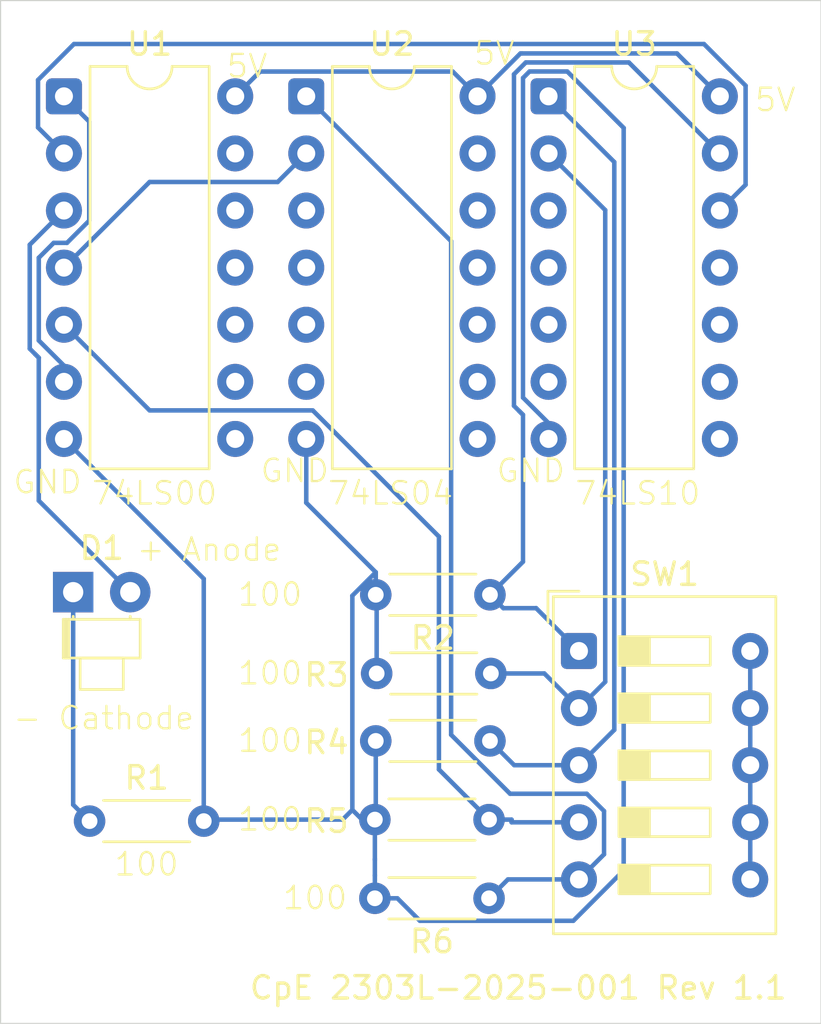
<source format=kicad_pcb>
(kicad_pcb (version 20241229) (generator "pcbnew") (generator_version "9.0")
  (layers (0 "F.Cu" signal) (2 "B.Cu" signal) (13 "F.Paste" user) (15 "B.Paste" user) (5 "F.SilkS" user "F.Silkscreen") (7 "B.SilkS" user "B.Silkscreen") (1 "F.Mask" user) (3 "B.Mask" user) (25 "Edge.Cuts" user))
  (net 0 "")
  (net 1 "Net-(D1-A)")
  (net 2 "Net-(D1-K)")
  (net 3 "GND")
  (net 4 "Net-(R2-Pad1)")
  (net 5 "Net-(R3-Pad1)")
  (net 6 "Net-(R4-Pad1)")
  (net 7 "Net-(R5-Pad1)")
  (net 8 "Net-(R6-Pad1)")
  (net 9 "Net-(SW1-Pad10)")
  (net 10 "Net-(U1-Pad2)")
  (net 11 "+5V")
  (net 12 "Net-(U1-Pad4)")
  (net 13 "Net-(U1-Pad1)")
  (footprint "Button_Switch_THT:SW_DIP_SPSTx05_Slide_9.78x14.88mm_W7.62mm_P2.54mm" (layer "F.Cu") (at 160.7325 118.4325)
    (property "Reference" "SW1" (at 3.81 -3.42 0) (layer "F.SilkS"))
    (property "Value" "SW_DIP_x05")
    (fp_line (start -1.38 -2.66) (end -1.38 -1.277) (stroke (width 0.12)) (layer "F.SilkS"))
    (fp_line (start -1.38 -2.66) (end 0.003 -2.66) (stroke (width 0.12)) (layer "F.SilkS"))
    (fp_line (start -1.14 -2.42) (end -1.14 12.58) (stroke (width 0.12)) (layer "F.SilkS"))
    (fp_line (start -1.14 -2.42) (end 8.76 -2.42) (stroke (width 0.12)) (layer "F.SilkS"))
    (fp_line (start -1.14 12.58) (end 8.76 12.58) (stroke (width 0.12)) (layer "F.SilkS"))
    (fp_line (start 3.133333 -0.635) (end 3.133333 0.635) (stroke (width 0.12)) (layer "F.SilkS"))
    (fp_line (start 3.133333 1.905) (end 3.133333 3.175) (stroke (width 0.12)) (layer "F.SilkS"))
    (fp_line (start 3.133333 4.445) (end 3.133333 5.715) (stroke (width 0.12)) (layer "F.SilkS"))
    (fp_line (start 3.133333 6.985) (end 3.133333 8.255) (stroke (width 0.12)) (layer "F.SilkS"))
    (fp_line (start 3.133333 9.525) (end 3.133333 10.795) (stroke (width 0.12)) (layer "F.SilkS"))
    (fp_line (start 8.76 -2.42) (end 8.76 12.58) (stroke (width 0.12)) (layer "F.SilkS"))
    (fp_rect (start 1.78 -0.635) (end 3.133333 0.635) (stroke (width 0.12)) (fill yes) (layer "F.SilkS"))
    (fp_rect (start 1.78 -0.635) (end 5.84 0.635) (stroke (width 0.12)) (fill no) (layer "F.SilkS"))
    (fp_rect (start 1.78 1.905) (end 3.133333 3.175) (stroke (width 0.12)) (fill yes) (layer "F.SilkS"))
    (fp_rect (start 1.78 1.905) (end 5.84 3.175) (stroke (width 0.12)) (fill no) (layer "F.SilkS"))
    (fp_rect (start 1.78 4.445) (end 3.133333 5.715) (stroke (width 0.12)) (fill yes) (layer "F.SilkS"))
    (fp_rect (start 1.78 4.445) (end 5.84 5.715) (stroke (width 0.12)) (fill no) (layer "F.SilkS"))
    (fp_rect (start 1.78 6.985) (end 3.133333 8.255) (stroke (width 0.12)) (fill yes) (layer "F.SilkS"))
    (fp_rect (start 1.78 6.985) (end 5.84 8.255) (stroke (width 0.12)) (fill no) (layer "F.SilkS"))
    (fp_rect (start 1.78 9.525) (end 3.133333 10.795) (stroke (width 0.12)) (fill yes) (layer "F.SilkS"))
    (fp_rect (start 1.78 9.525) (end 5.84 10.795) (stroke (width 0.12)) (fill no) (layer "F.SilkS"))
    (pad "1" thru_hole roundrect (at 0 0) (size 1.6 1.6) (drill 0.8) (layers "*.Cu" "*.Mask") (roundrect_rratio 0.15625) (net 4 "Net-(R2-Pad1)"))
    (pad "2" thru_hole circle (at 0 2.54) (size 1.6 1.6) (drill 0.8) (layers "*.Cu" "*.Mask") (net 5 "Net-(R3-Pad1)"))
    (pad "3" thru_hole circle (at 0 5.08) (size 1.6 1.6) (drill 0.8) (layers "*.Cu" "*.Mask") (net 6 "Net-(R4-Pad1)"))
    (pad "4" thru_hole circle (at 0 7.62) (size 1.6 1.6) (drill 0.8) (layers "*.Cu" "*.Mask") (net 7 "Net-(R5-Pad1)"))
    (pad "5" thru_hole circle (at 0 10.16) (size 1.6 1.6) (drill 0.8) (layers "*.Cu" "*.Mask") (net 8 "Net-(R6-Pad1)"))
    (pad "6" thru_hole circle (at 7.62 10.16) (size 1.6 1.6) (drill 0.8) (layers "*.Cu" "*.Mask") (net 9 "Net-(SW1-Pad10)"))
    (pad "7" thru_hole circle (at 7.62 7.62) (size 1.6 1.6) (drill 0.8) (layers "*.Cu" "*.Mask") (net 9 "Net-(SW1-Pad10)"))
    (pad "8" thru_hole circle (at 7.62 5.08) (size 1.6 1.6) (drill 0.8) (layers "*.Cu" "*.Mask") (net 9 "Net-(SW1-Pad10)"))
    (pad "9" thru_hole circle (at 7.62 2.54) (size 1.6 1.6) (drill 0.8) (layers "*.Cu" "*.Mask") (net 9 "Net-(SW1-Pad10)"))
    (pad "10" thru_hole circle (at 7.62 0) (size 1.6 1.6) (drill 0.8) (layers "*.Cu" "*.Mask") (net 9 "Net-(SW1-Pad10)"))
  )
  (footprint "Package_DIP:DIP-14_W7.62mm" (layer "F.Cu") (at 159.38 93.76)
    (property "Reference" "U3" (at 3.81 -2.33 0) (layer "F.SilkS"))
    (property "Value" "74LS10")
    (fp_line (start 1.16 -1.33) (end 1.16 16.57) (stroke (width 0.12)) (layer "F.SilkS"))
    (fp_line (start 1.16 16.57) (end 6.46 16.57) (stroke (width 0.12)) (layer "F.SilkS"))
    (fp_line (start 2.81 -1.33) (end 1.16 -1.33) (stroke (width 0.12)) (layer "F.SilkS"))
    (fp_line (start 6.46 -1.33) (end 4.81 -1.33) (stroke (width 0.12)) (layer "F.SilkS"))
    (fp_line (start 6.46 16.57) (end 6.46 -1.33) (stroke (width 0.12)) (layer "F.SilkS"))
    (fp_arc (start 4.81 -1.33) (mid 3.81 -0.33) (end 2.81 -1.33) (stroke (width 0.12)) (layer "F.SilkS"))
    (pad "1" thru_hole roundrect (at 0 0) (size 1.6 1.6) (drill 0.8) (layers "*.Cu" "*.Mask") (roundrect_rratio 0.15625) (net 6 "Net-(R4-Pad1)"))
    (pad "2" thru_hole circle (at 0 2.54) (size 1.6 1.6) (drill 0.8) (layers "*.Cu" "*.Mask") (net 5 "Net-(R3-Pad1)"))
    (pad "3" thru_hole circle (at 0 5.08) (size 1.6 1.6) (drill 0.8) (layers "*.Cu" "*.Mask"))
    (pad "4" thru_hole circle (at 0 7.62) (size 1.6 1.6) (drill 0.8) (layers "*.Cu" "*.Mask"))
    (pad "5" thru_hole circle (at 0 10.16) (size 1.6 1.6) (drill 0.8) (layers "*.Cu" "*.Mask"))
    (pad "6" thru_hole circle (at 0 12.7) (size 1.6 1.6) (drill 0.8) (layers "*.Cu" "*.Mask"))
    (pad "7" thru_hole circle (at 0 15.24) (size 1.6 1.6) (drill 0.8) (layers "*.Cu" "*.Mask") (net 3 "GND"))
    (pad "8" thru_hole circle (at 7.62 15.24) (size 1.6 1.6) (drill 0.8) (layers "*.Cu" "*.Mask"))
    (pad "9" thru_hole circle (at 7.62 12.7) (size 1.6 1.6) (drill 0.8) (layers "*.Cu" "*.Mask"))
    (pad "10" thru_hole circle (at 7.62 10.16) (size 1.6 1.6) (drill 0.8) (layers "*.Cu" "*.Mask"))
    (pad "11" thru_hole circle (at 7.62 7.62) (size 1.6 1.6) (drill 0.8) (layers "*.Cu" "*.Mask"))
    (pad "12" thru_hole circle (at 7.62 5.08) (size 1.6 1.6) (drill 0.8) (layers "*.Cu" "*.Mask") (net 10 "Net-(U1-Pad2)"))
    (pad "13" thru_hole circle (at 7.62 2.54) (size 1.6 1.6) (drill 0.8) (layers "*.Cu" "*.Mask") (net 4 "Net-(R2-Pad1)"))
    (pad "14" thru_hole circle (at 7.62 0) (size 1.6 1.6) (drill 0.8) (layers "*.Cu" "*.Mask") (net 11 "+5V"))
  )
  (footprint "Package_DIP:DIP-14_W7.62mm" (layer "F.Cu") (at 148.6 93.76)
    (property "Reference" "U2" (at 3.81 -2.33 0) (layer "F.SilkS"))
    (property "Value" "74LS04")
    (fp_line (start 1.16 -1.33) (end 1.16 16.57) (stroke (width 0.12)) (layer "F.SilkS"))
    (fp_line (start 1.16 16.57) (end 6.46 16.57) (stroke (width 0.12)) (layer "F.SilkS"))
    (fp_line (start 2.81 -1.33) (end 1.16 -1.33) (stroke (width 0.12)) (layer "F.SilkS"))
    (fp_line (start 6.46 -1.33) (end 4.81 -1.33) (stroke (width 0.12)) (layer "F.SilkS"))
    (fp_line (start 6.46 16.57) (end 6.46 -1.33) (stroke (width 0.12)) (layer "F.SilkS"))
    (fp_arc (start 4.81 -1.33) (mid 3.81 -0.33) (end 2.81 -1.33) (stroke (width 0.12)) (layer "F.SilkS"))
    (pad "1" thru_hole roundrect (at 0 0) (size 1.6 1.6) (drill 0.8) (layers "*.Cu" "*.Mask") (roundrect_rratio 0.15625) (net 8 "Net-(R6-Pad1)"))
    (pad "2" thru_hole circle (at 0 2.54) (size 1.6 1.6) (drill 0.8) (layers "*.Cu" "*.Mask") (net 12 "Net-(U1-Pad4)"))
    (pad "3" thru_hole circle (at 0 5.08) (size 1.6 1.6) (drill 0.8) (layers "*.Cu" "*.Mask"))
    (pad "4" thru_hole circle (at 0 7.62) (size 1.6 1.6) (drill 0.8) (layers "*.Cu" "*.Mask"))
    (pad "5" thru_hole circle (at 0 10.16) (size 1.6 1.6) (drill 0.8) (layers "*.Cu" "*.Mask"))
    (pad "6" thru_hole circle (at 0 12.7) (size 1.6 1.6) (drill 0.8) (layers "*.Cu" "*.Mask"))
    (pad "7" thru_hole circle (at 0 15.24) (size 1.6 1.6) (drill 0.8) (layers "*.Cu" "*.Mask") (net 3 "GND"))
    (pad "8" thru_hole circle (at 7.62 15.24) (size 1.6 1.6) (drill 0.8) (layers "*.Cu" "*.Mask"))
    (pad "9" thru_hole circle (at 7.62 12.7) (size 1.6 1.6) (drill 0.8) (layers "*.Cu" "*.Mask"))
    (pad "10" thru_hole circle (at 7.62 10.16) (size 1.6 1.6) (drill 0.8) (layers "*.Cu" "*.Mask"))
    (pad "11" thru_hole circle (at 7.62 7.62) (size 1.6 1.6) (drill 0.8) (layers "*.Cu" "*.Mask"))
    (pad "12" thru_hole circle (at 7.62 5.08) (size 1.6 1.6) (drill 0.8) (layers "*.Cu" "*.Mask"))
    (pad "13" thru_hole circle (at 7.62 2.54) (size 1.6 1.6) (drill 0.8) (layers "*.Cu" "*.Mask"))
    (pad "14" thru_hole circle (at 7.62 0) (size 1.6 1.6) (drill 0.8) (layers "*.Cu" "*.Mask") (net 11 "+5V"))
  )
  (footprint "Resistor_THT:R_Axial_DIN0204_L3.6mm_D1.6mm_P5.08mm_Horizontal" (layer "F.Cu") (at 156.7725 122.4325 180)
    (property "Reference" "R4" (at 7.2725 -0.0675 0) (layer "F.SilkS"))
    (property "Value" "100")
    (fp_line (start 0.62 0.92) (end 4.46 0.92) (stroke (width 0.12)) (layer "F.SilkS"))
    (fp_line (start 0.62 -0.92) (end 4.46 -0.92) (stroke (width 0.12)) (layer "F.SilkS"))
    (pad "1" thru_hole circle (at 0 0 180) (size 1.4 1.4) (drill 0.7) (layers "*.Cu" "*.Mask") (net 6 "Net-(R4-Pad1)"))
    (pad "2" thru_hole oval (at 5.08 0 180) (size 1.4 1.4) (drill 0.7) (layers "*.Cu" "*.Mask") (net 3 "GND"))
  )
  (footprint "Resistor_THT:R_Axial_DIN0204_L3.6mm_D1.6mm_P5.08mm_Horizontal" (layer "F.Cu") (at 156.7325 129.4325 180)
    (property "Reference" "R6" (at 2.54 -1.92 0) (layer "F.SilkS"))
    (property "Value" "100")
    (fp_line (start 0.62 0.92) (end 4.46 0.92) (stroke (width 0.12)) (layer "F.SilkS"))
    (fp_line (start 0.62 -0.92) (end 4.46 -0.92) (stroke (width 0.12)) (layer "F.SilkS"))
    (pad "1" thru_hole circle (at 0 0 180) (size 1.4 1.4) (drill 0.7) (layers "*.Cu" "*.Mask") (net 8 "Net-(R6-Pad1)"))
    (pad "2" thru_hole oval (at 5.08 0 180) (size 1.4 1.4) (drill 0.7) (layers "*.Cu" "*.Mask") (net 3 "GND"))
  )
  (footprint "Resistor_THT:R_Axial_DIN0204_L3.6mm_D1.6mm_P5.08mm_Horizontal" (layer "F.Cu") (at 156.8125 119.4325 180)
    (property "Reference" "R3" (at 7.3125 -0.0675 0) (layer "F.SilkS"))
    (property "Value" "100")
    (fp_line (start 0.62 0.92) (end 4.46 0.92) (stroke (width 0.12)) (layer "F.SilkS"))
    (fp_line (start 0.62 -0.92) (end 4.46 -0.92) (stroke (width 0.12)) (layer "F.SilkS"))
    (pad "1" thru_hole circle (at 0 0 180) (size 1.4 1.4) (drill 0.7) (layers "*.Cu" "*.Mask") (net 5 "Net-(R3-Pad1)"))
    (pad "2" thru_hole oval (at 5.08 0 180) (size 1.4 1.4) (drill 0.7) (layers "*.Cu" "*.Mask") (net 3 "GND"))
  )
  (footprint "Resistor_THT:R_Axial_DIN0204_L3.6mm_D1.6mm_P5.08mm_Horizontal" (layer "F.Cu") (at 156.7325 125.9325 180)
    (property "Reference" "R5" (at 7.2325 -0.0675 0) (layer "F.SilkS"))
    (property "Value" "100")
    (fp_line (start 0.62 0.92) (end 4.46 0.92) (stroke (width 0.12)) (layer "F.SilkS"))
    (fp_line (start 0.62 -0.92) (end 4.46 -0.92) (stroke (width 0.12)) (layer "F.SilkS"))
    (pad "1" thru_hole circle (at 0 0 180) (size 1.4 1.4) (drill 0.7) (layers "*.Cu" "*.Mask") (net 7 "Net-(R5-Pad1)"))
    (pad "2" thru_hole oval (at 5.08 0 180) (size 1.4 1.4) (drill 0.7) (layers "*.Cu" "*.Mask") (net 3 "GND"))
  )
  (footprint "LED_THT:LED_D1.8mm_W1.8mm_H2.4mm_Horizontal_O1.27mm_Z1.6mm" (layer "F.Cu") (at 138.23 115.815)
    (property "Reference" "D1" (at 1.27 -1.96 0) (layer "F.SilkS"))
    (property "Value" "LED")
    (fp_line (start -0.44 1.21) (end -0.44 2.93) (stroke (width 0.12)) (layer "F.SilkS"))
    (fp_line (start -0.44 2.93) (end 2.98 2.93) (stroke (width 0.12)) (layer "F.SilkS"))
    (fp_line (start -0.32 1.21) (end -0.32 2.93) (stroke (width 0.12)) (layer "F.SilkS"))
    (fp_line (start -0.2 1.21) (end -0.2 2.93) (stroke (width 0.12)) (layer "F.SilkS"))
    (fp_line (start 0 1.08) (end 0 1.08) (stroke (width 0.12)) (layer "F.SilkS"))
    (fp_line (start 0 1.08) (end 0 1.21) (stroke (width 0.12)) (layer "F.SilkS"))
    (fp_line (start 0 1.21) (end 0 1.08) (stroke (width 0.12)) (layer "F.SilkS"))
    (fp_line (start 0 1.21) (end 0 1.21) (stroke (width 0.12)) (layer "F.SilkS"))
    (fp_line (start 0.31 2.93) (end 0.31 4.33) (stroke (width 0.12)) (layer "F.SilkS"))
    (fp_line (start 0.31 4.33) (end 2.23 4.33) (stroke (width 0.12)) (layer "F.SilkS"))
    (fp_line (start 2.23 2.93) (end 0.31 2.93) (stroke (width 0.12)) (layer "F.SilkS"))
    (fp_line (start 2.23 4.33) (end 2.23 2.93) (stroke (width 0.12)) (layer "F.SilkS"))
    (fp_line (start 2.54 1.08) (end 2.54 1.08) (stroke (width 0.12)) (layer "F.SilkS"))
    (fp_line (start 2.54 1.08) (end 2.54 1.21) (stroke (width 0.12)) (layer "F.SilkS"))
    (fp_line (start 2.54 1.21) (end 2.54 1.08) (stroke (width 0.12)) (layer "F.SilkS"))
    (fp_line (start 2.54 1.21) (end 2.54 1.21) (stroke (width 0.12)) (layer "F.SilkS"))
    (fp_line (start 2.98 1.21) (end -0.44 1.21) (stroke (width 0.12)) (layer "F.SilkS"))
    (fp_line (start 2.98 2.93) (end 2.98 1.21) (stroke (width 0.12)) (layer "F.SilkS"))
    (pad "1" thru_hole rect (at 0 0) (size 1.8 1.8) (drill 0.9) (layers "*.Cu" "*.Mask") (net 2 "Net-(D1-K)"))
    (pad "2" thru_hole circle (at 2.54 0) (size 1.8 1.8) (drill 0.9) (layers "*.Cu" "*.Mask") (net 1 "Net-(D1-A)"))
  )
  (footprint "Package_DIP:DIP-14_W7.62mm" (layer "F.Cu") (at 137.82 93.76)
    (property "Reference" "U1" (at 3.81 -2.33 0) (layer "F.SilkS"))
    (property "Value" "74LS00")
    (fp_line (start 1.16 -1.33) (end 1.16 16.57) (stroke (width 0.12)) (layer "F.SilkS"))
    (fp_line (start 1.16 16.57) (end 6.46 16.57) (stroke (width 0.12)) (layer "F.SilkS"))
    (fp_line (start 2.81 -1.33) (end 1.16 -1.33) (stroke (width 0.12)) (layer "F.SilkS"))
    (fp_line (start 6.46 -1.33) (end 4.81 -1.33) (stroke (width 0.12)) (layer "F.SilkS"))
    (fp_line (start 6.46 16.57) (end 6.46 -1.33) (stroke (width 0.12)) (layer "F.SilkS"))
    (fp_arc (start 4.81 -1.33) (mid 3.81 -0.33) (end 2.81 -1.33) (stroke (width 0.12)) (layer "F.SilkS"))
    (pad "1" thru_hole roundrect (at 0 0) (size 1.6 1.6) (drill 0.8) (layers "*.Cu" "*.Mask") (roundrect_rratio 0.15625) (net 13 "Net-(U1-Pad1)"))
    (pad "2" thru_hole circle (at 0 2.54) (size 1.6 1.6) (drill 0.8) (layers "*.Cu" "*.Mask") (net 10 "Net-(U1-Pad2)"))
    (pad "3" thru_hole circle (at 0 5.08) (size 1.6 1.6) (drill 0.8) (layers "*.Cu" "*.Mask") (net 1 "Net-(D1-A)"))
    (pad "4" thru_hole circle (at 0 7.62) (size 1.6 1.6) (drill 0.8) (layers "*.Cu" "*.Mask") (net 12 "Net-(U1-Pad4)"))
    (pad "5" thru_hole circle (at 0 10.16) (size 1.6 1.6) (drill 0.8) (layers "*.Cu" "*.Mask") (net 7 "Net-(R5-Pad1)"))
    (pad "6" thru_hole circle (at 0 12.7) (size 1.6 1.6) (drill 0.8) (layers "*.Cu" "*.Mask") (net 13 "Net-(U1-Pad1)"))
    (pad "7" thru_hole circle (at 0 15.24) (size 1.6 1.6) (drill 0.8) (layers "*.Cu" "*.Mask") (net 3 "GND"))
    (pad "8" thru_hole circle (at 7.62 15.24) (size 1.6 1.6) (drill 0.8) (layers "*.Cu" "*.Mask"))
    (pad "9" thru_hole circle (at 7.62 12.7) (size 1.6 1.6) (drill 0.8) (layers "*.Cu" "*.Mask"))
    (pad "10" thru_hole circle (at 7.62 10.16) (size 1.6 1.6) (drill 0.8) (layers "*.Cu" "*.Mask"))
    (pad "11" thru_hole circle (at 7.62 7.62) (size 1.6 1.6) (drill 0.8) (layers "*.Cu" "*.Mask"))
    (pad "12" thru_hole circle (at 7.62 5.08) (size 1.6 1.6) (drill 0.8) (layers "*.Cu" "*.Mask"))
    (pad "13" thru_hole circle (at 7.62 2.54) (size 1.6 1.6) (drill 0.8) (layers "*.Cu" "*.Mask"))
    (pad "14" thru_hole circle (at 7.62 0) (size 1.6 1.6) (drill 0.8) (layers "*.Cu" "*.Mask") (net 11 "+5V"))
  )
  (footprint "Resistor_THT:R_Axial_DIN0204_L3.6mm_D1.6mm_P5.08mm_Horizontal" (layer "F.Cu") (at 138.96 126)
    (property "Reference" "R1" (at 2.54 -1.92 0) (layer "F.SilkS"))
    (property "Value" "100")
    (fp_line (start 0.62 -0.92) (end 4.46 -0.92) (stroke (width 0.12)) (layer "F.SilkS"))
    (fp_line (start 0.62 0.92) (end 4.46 0.92) (stroke (width 0.12)) (layer "F.SilkS"))
    (pad "1" thru_hole circle (at 0 0) (size 1.4 1.4) (drill 0.7) (layers "*.Cu" "*.Mask") (net 2 "Net-(D1-K)"))
    (pad "2" thru_hole oval (at 5.08 0) (size 1.4 1.4) (drill 0.7) (layers "*.Cu" "*.Mask") (net 3 "GND"))
  )
  (footprint "Resistor_THT:R_Axial_DIN0204_L3.6mm_D1.6mm_P5.08mm_Horizontal" (layer "F.Cu") (at 156.7725 115.9325 180)
    (property "Reference" "R2" (at 2.54 -1.92 0) (layer "F.SilkS"))
    (property "Value" "100")
    (fp_line (start 0.62 0.92) (end 4.46 0.92) (stroke (width 0.12)) (layer "F.SilkS"))
    (fp_line (start 0.62 -0.92) (end 4.46 -0.92) (stroke (width 0.12)) (layer "F.SilkS"))
    (pad "1" thru_hole circle (at 0 0 180) (size 1.4 1.4) (drill 0.7) (layers "*.Cu" "*.Mask") (net 4 "Net-(R2-Pad1)"))
    (pad "2" thru_hole oval (at 5.08 0 180) (size 1.4 1.4) (drill 0.7) (layers "*.Cu" "*.Mask") (net 3 "GND"))
  )
  (gr_rect (start 135 89.5) (end 171.5 135) (stroke (width 0.05)) (fill no) (layer "Edge.Cuts"))
  (gr_text "CpE 2303L-2025-001 Rev 1.1" (at 146 134 0) (layer "F.SilkS") (effects (font (size 1 1)) (justify left bottom)))
  (gr_text "5V" (at 168.5 94.5 0) (layer "F.SilkS") (effects (font (size 1 1) (thickness 0.1)) (justify left bottom)))
  (gr_text "GND" (at 135.5 111.5 0) (layer "F.SilkS") (effects (font (size 1 1) (thickness 0.1)) (justify left bottom)))
  (gr_text "5V" (at 145 93 0) (layer "F.SilkS") (effects (font (size 1 1) (thickness 0.1)) (justify left bottom)))
  (gr_text "100" (at 145.5 116.5 0) (layer "F.SilkS") (effects (font (size 1 1) (thickness 0.1)) (justify left bottom)))
  (gr_text "100" (at 147.5 130 0) (layer "F.SilkS") (effects (font (size 1 1) (thickness 0.1)) (justify left bottom)))
  (gr_text "100" (at 145.5 120 0) (layer "F.SilkS") (effects (font (size 1 1) (thickness 0.1)) (justify left bottom)))
  (gr_text "GND" (at 157 111 0) (layer "F.SilkS") (effects (font (size 1 1) (thickness 0.1)) (justify left bottom)))
  (gr_text "100" (at 145.5 123 0) (layer "F.SilkS") (effects (font (size 1 1) (thickness 0.1)) (justify left bottom)))
  (gr_text "74LS10" (at 160.5 112 0) (layer "F.SilkS") (effects (font (size 1 1) (thickness 0.1)) (justify left bottom)))
  (gr_text "5V" (at 156 92.43 0) (layer "F.SilkS") (effects (font (size 1 1) (thickness 0.1)) (justify left bottom)))
  (gr_text "74LS04" (at 149.5 112 0) (layer "F.SilkS") (effects (font (size 1 1) (thickness 0.1)) (justify left bottom)))
  (gr_text "- Cathode" (at 135.5 122 0) (layer "F.SilkS") (effects (font (size 1 1) (thickness 0.1)) (justify left bottom)))
  (gr_text "+ Anode" (at 141 114.5 0) (layer "F.SilkS") (effects (font (size 1 1) (thickness 0.1)) (justify left bottom)))
  (gr_text "100" (at 140 128.5 0) (layer "F.SilkS") (effects (font (size 1 1) (thickness 0.1)) (justify left bottom)))
  (gr_text "100" (at 145.5 126.5 0) (layer "F.SilkS") (effects (font (size 1 1) (thickness 0.1)) (justify left bottom)))
  (gr_text "GND" (at 146.5 111 0) (layer "F.SilkS") (effects (font (size 1 1) (thickness 0.1)) (justify left bottom)))
  (gr_text "74LS00" (at 139 112 0) (layer "F.SilkS") (effects (font (size 1 1) (thickness 0.1)) (justify left bottom)))
  (segment (start 136.2985 100.3615) (end 136.2985 104.9865) (width 0.2) (layer "B.Cu") (net 1))
  (segment (start 136.7002 111.7452) (end 140.77 115.815) (width 0.2) (layer "B.Cu") (net 1))
  (segment (start 136.5339 105.2219) (end 136.7002 105.3882) (width 0.2) (layer "B.Cu") (net 1))
  (segment (start 136.7002 105.3882) (end 136.7002 111.7452) (width 0.2) (layer "B.Cu") (net 1))
  (segment (start 136.5339 105.2219) (end 136.7002 105.3882) (width 0.2) (layer "B.Cu") (net 1))
  (segment (start 137.82 98.84) (end 136.2985 100.3615) (width 0.2) (layer "B.Cu") (net 1))
  (segment (start 136.2985 104.9865) (end 136.5339 105.2219) (width 0.2) (layer "B.Cu") (net 1))
  (segment (start 138.23 125.27) (end 138.23 115.815) (width 0.2) (layer "B.Cu") (net 2))
  (segment (start 138.96 126) (end 138.23 125.27) (width 0.2) (layer "B.Cu") (net 2))
  (segment (start 150.6508 125.5) (end 151.0833 125.9325) (width 0.2) (layer "B.Cu") (net 3))
  (segment (start 150.2183 125.9325) (end 150.6508 125.5) (width 0.2) (layer "B.Cu") (net 3))
  (segment (start 151.6525 127.6825) (end 151.6525 125.9325) (width 0.2) (layer "B.Cu") (net 3))
  (segment (start 151.0833 125.9325) (end 151.6525 125.9325) (width 0.2) (layer "B.Cu") (net 3))
  (segment (start 162.7219 95.1649) (end 162.7219 128.1944) (width 0.2) (layer "B.Cu") (net 3))
  (segment (start 144.04 115.22) (end 144.04 125.9325) (width 0.2) (layer "B.Cu") (net 3))
  (segment (start 144.04 125.9325) (end 144.04 126) (width 0.2) (layer "B.Cu") (net 3))
  (segment (start 160.4821 130.4342) (end 153.6559 130.4342) (width 0.2) (layer "B.Cu") (net 3))
  (segment (start 151.6925 122.4325) (end 151.6925 125.8925) (width 0.2) (layer "B.Cu") (net 3))
  (segment (start 151.6925 114.9308) (end 148.6 111.8383) (width 0.2) (layer "B.Cu") (net 3))
  (segment (start 160.2117 92.6547) (end 162.7219 95.1649) (width 0.2) (layer "B.Cu") (net 3))
  (segment (start 159.38 109) (end 159.38 108.2974) (width 0.2) (layer "B.Cu") (net 3))
  (segment (start 151.6525 128.418) (end 151.6525 127.7238) (width 0.2) (layer "B.Cu") (net 3))
  (segment (start 151.6525 127.7238) (end 151.6525 127.6825) (width 0.2) (layer "B.Cu") (net 3))
  (segment (start 158.5329 92.6547) (end 160.2117 92.6547) (width 0.2) (layer "B.Cu") (net 3))
  (segment (start 150.6508 125.5) (end 150.6508 115.9725) (width 0.2) (layer "B.Cu") (net 3))
  (segment (start 151.6925 115.9325) (end 151.6925 115.4316) (width 0.2) (layer "B.Cu") (net 3))
  (segment (start 158.2426 92.945) (end 158.5329 92.6547) (width 0.2) (layer "B.Cu") (net 3))
  (segment (start 137.82 109) (end 144.04 115.22) (width 0.2) (layer "B.Cu") (net 3))
  (segment (start 151.6925 115.4316) (end 151.6925 114.9308) (width 0.2) (layer "B.Cu") (net 3))
  (segment (start 151.6525 129.4325) (end 151.6525 128.418) (width 0.2) (layer "B.Cu") (net 3))
  (segment (start 153.6559 130.4342) (end 152.6542 129.4325) (width 0.2) (layer "B.Cu") (net 3))
  (segment (start 151.6925 115.4316) (end 151.7325 115.4716) (width 0.2) (layer "B.Cu") (net 3))
  (segment (start 148.6 111.8383) (end 148.6 109) (width 0.2) (layer "B.Cu") (net 3))
  (segment (start 151.6525 129.4325) (end 152.6542 129.4325) (width 0.2) (layer "B.Cu") (net 3))
  (segment (start 151.6925 125.8925) (end 151.6525 125.9325) (width 0.2) (layer "B.Cu") (net 3))
  (segment (start 144.04 125.9325) (end 150.2183 125.9325) (width 0.2) (layer "B.Cu") (net 3))
  (segment (start 159.38 108.2974) (end 158.2426 107.16) (width 0.2) (layer "B.Cu") (net 3))
  (segment (start 151.7325 115.4716) (end 151.7325 119.4325) (width 0.2) (layer "B.Cu") (net 3))
  (segment (start 158.2426 107.16) (end 158.2426 92.945) (width 0.2) (layer "B.Cu") (net 3))
  (segment (start 150.6508 115.9725) (end 151.6925 114.9308) (width 0.2) (layer "B.Cu") (net 3))
  (segment (start 162.7219 128.1944) (end 160.4821 130.4342) (width 0.2) (layer "B.Cu") (net 3))
  (segment (start 158.2426 107.9282) (end 158.2426 114.4624) (width 0.2) (layer "B.Cu") (net 4))
  (segment (start 158.0763 107.7619) (end 158.2426 107.9282) (width 0.2) (layer "B.Cu") (net 4))
  (segment (start 160.7325 118.4325) (end 158.8282 116.5282) (width 0.2) (layer "B.Cu") (net 4))
  (segment (start 157.8409 107.5265) (end 157.8409 92.7787) (width 0.2) (layer "B.Cu") (net 4))
  (segment (start 158.8282 116.5282) (end 158.8282 116.5281) (width 0.2) (layer "B.Cu") (net 4))
  (segment (start 157.8409 92.7787) (end 158.3666 92.253) (width 0.2) (layer "B.Cu") (net 4))
  (segment (start 158.0763 107.7619) (end 157.8409 107.5265) (width 0.2) (layer "B.Cu") (net 4))
  (segment (start 158.2426 114.4624) (end 156.7725 115.9325) (width 0.2) (layer "B.Cu") (net 4))
  (segment (start 162.953 92.253) (end 167 96.3) (width 0.2) (layer "B.Cu") (net 4))
  (segment (start 158.8282 116.5281) (end 157.3681 116.5281) (width 0.2) (layer "B.Cu") (net 4))
  (segment (start 158.3666 92.253) (end 162.953 92.253) (width 0.2) (layer "B.Cu") (net 4))
  (segment (start 157.3681 116.5281) (end 156.7725 115.9325) (width 0.2) (layer "B.Cu") (net 4))
  (segment (start 158.0763 107.7619) (end 158.2426 107.9282) (width 0.2) (layer "B.Cu") (net 4))
  (segment (start 156.8125 119.4325) (end 159.1925 119.4325) (width 0.2) (layer "B.Cu") (net 5))
  (segment (start 161.9008 98.8208) (end 161.9008 119.8042) (width 0.2) (layer "B.Cu") (net 5))
  (segment (start 159.38 96.3) (end 161.9008 98.8208) (width 0.2) (layer "B.Cu") (net 5))
  (segment (start 159.1925 119.4325) (end 160.7325 120.9725) (width 0.2) (layer "B.Cu") (net 5))
  (segment (start 161.9008 119.8042) (end 160.7325 120.9725) (width 0.2) (layer "B.Cu") (net 5))
  (segment (start 160.7325 123.5125) (end 157.8525 123.5125) (width 0.2) (layer "B.Cu") (net 6))
  (segment (start 162.304 96.684) (end 162.304 121.941) (width 0.2) (layer "B.Cu") (net 6))
  (segment (start 157.8525 123.5125) (end 156.7725 122.4325) (width 0.2) (layer "B.Cu") (net 6))
  (segment (start 159.38 93.76) (end 162.304 96.684) (width 0.2) (layer "B.Cu") (net 6))
  (segment (start 162.304 121.941) (end 160.7325 123.5125) (width 0.2) (layer "B.Cu") (net 6))
  (segment (start 154.502 113.3436) (end 154.502 123.702) (width 0.2) (layer "B.Cu") (net 7))
  (segment (start 141.63 107.73) (end 148.8884 107.73) (width 0.2) (layer "B.Cu") (net 7))
  (segment (start 157.7345 125.9325) (end 157.7345 126.0525) (width 0.2) (layer "B.Cu") (net 7))
  (segment (start 156.7325 125.9325) (end 157.7345 125.9325) (width 0.2) (layer "B.Cu") (net 7))
  (segment (start 157.7345 126.0525) (end 160.7325 126.0525) (width 0.2) (layer "B.Cu") (net 7))
  (segment (start 154.502 123.702) (end 156.7325 125.9325) (width 0.2) (layer "B.Cu") (net 7))
  (segment (start 137.82 103.92) (end 141.63 107.73) (width 0.2) (layer "B.Cu") (net 7))
  (segment (start 148.8884 107.73) (end 154.502 113.3436) (width 0.2) (layer "B.Cu") (net 7))
  (segment (start 155.045 100.205) (end 155.045 122.1598) (width 0.2) (layer "B.Cu") (net 8))
  (segment (start 160.7325 128.5925) (end 157.5725 128.5925) (width 0.2) (layer "B.Cu") (net 8))
  (segment (start 157.6677 124.7825) (end 161.0791 124.7825) (width 0.2) (layer "B.Cu") (net 8))
  (segment (start 161.8478 127.4772) (end 160.7325 128.5925) (width 0.2) (layer "B.Cu") (net 8))
  (segment (start 148.6 93.76) (end 155.045 100.205) (width 0.2) (layer "B.Cu") (net 8))
  (segment (start 161.8478 125.5512) (end 161.8478 127.4772) (width 0.2) (layer "B.Cu") (net 8))
  (segment (start 157.5725 128.5925) (end 156.7325 129.4325) (width 0.2) (layer "B.Cu") (net 8))
  (segment (start 161.0791 124.7825) (end 161.8478 125.5512) (width 0.2) (layer "B.Cu") (net 8))
  (segment (start 155.045 122.1598) (end 157.6677 124.7825) (width 0.2) (layer "B.Cu") (net 8))
  (segment (start 168.3525 128.5925) (end 168.3525 126.0525) (width 0.2) (layer "B.Cu") (net 9))
  (segment (start 168.3525 123.5125) (end 168.3525 120.9725) (width 0.2) (layer "B.Cu") (net 9))
  (segment (start 168.3525 123.5125) (end 168.3525 126.0525) (width 0.2) (layer "B.Cu") (net 9))
  (segment (start 168.3525 118.4325) (end 168.3525 120.9725) (width 0.2) (layer "B.Cu") (net 9))
  (segment (start 138.2661 91.4324) (end 136.6676 93.0309) (width 0.2) (layer "B.Cu") (net 10))
  (segment (start 167 98.84) (end 168.1458 97.6942) (width 0.2) (layer "B.Cu") (net 10))
  (segment (start 136.6676 93.0309) (end 136.6676 95.1476) (width 0.2) (layer "B.Cu") (net 10))
  (segment (start 168.1458 97.6942) (end 168.1458 93.2851) (width 0.2) (layer "B.Cu") (net 10))
  (segment (start 168.1458 93.2851) (end 166.2931 91.4324) (width 0.2) (layer "B.Cu") (net 10))
  (segment (start 166.2931 91.4324) (end 138.2661 91.4324) (width 0.2) (layer "B.Cu") (net 10))
  (segment (start 136.6676 95.1476) (end 137.82 96.3) (width 0.2) (layer "B.Cu") (net 10))
  (segment (start 146.5427 92.6573) (end 155.1173 92.6573) (width 0.2) (layer "B.Cu") (net 11))
  (segment (start 145.44 93.76) (end 146.5427 92.6573) (width 0.2) (layer "B.Cu") (net 11))
  (segment (start 157.49 92.49) (end 156.22 93.76) (width 0.2) (layer "B.Cu") (net 11))
  (segment (start 165.0913 91.8513) (end 167 93.76) (width 0.2) (layer "B.Cu") (net 11))
  (segment (start 157.49 92.49) (end 158.1287 91.8513) (width 0.2) (layer "B.Cu") (net 11))
  (segment (start 158.2003 91.8513) (end 165.0913 91.8513) (width 0.2) (layer "B.Cu") (net 11))
  (segment (start 155.1173 92.6573) (end 156.22 93.76) (width 0.2) (layer "B.Cu") (net 11))
  (segment (start 158.1287 91.8513) (end 158.2003 91.8513) (width 0.2) (layer "B.Cu") (net 11))
  (segment (start 147.33 97.57) (end 141.63 97.57) (width 0.2) (layer "B.Cu") (net 12))
  (segment (start 141.63 97.57) (end 137.82 101.38) (width 0.2) (layer "B.Cu") (net 12))
  (segment (start 148.6 96.3) (end 147.33 97.57) (width 0.2) (layer "B.Cu") (net 12))
  (segment (start 136.7002 104.62) (end 137.82 105.7398) (width 0.2) (layer "B.Cu") (net 13))
  (segment (start 138.9443 94.8843) (end 138.9443 99.2894) (width 0.2) (layer "B.Cu") (net 13))
  (segment (start 137.9554 100.2783) (end 137.3637 100.2783) (width 0.2) (layer "B.Cu") (net 13))
  (segment (start 138.9443 99.2894) (end 137.9554 100.2783) (width 0.2) (layer "B.Cu") (net 13))
  (segment (start 137.82 93.76) (end 138.9443 94.8843) (width 0.2) (layer "B.Cu") (net 13))
  (segment (start 137.82 105.7398) (end 137.82 106.46) (width 0.2) (layer "B.Cu") (net 13))
  (segment (start 137.3637 100.2783) (end 136.7002 100.9418) (width 0.2) (layer "B.Cu") (net 13))
  (segment (start 136.7002 100.9418) (end 136.7002 104.62) (width 0.2) (layer "B.Cu") (net 13))
)
</source>
